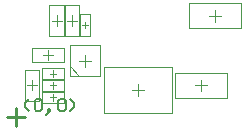
<source format=gbr>
%TF.GenerationSoftware,Altium Limited,Altium Designer,23.9.2 (47)*%
G04 Layer_Color=32768*
%FSLAX45Y45*%
%MOMM*%
%TF.SameCoordinates,14EE52A8-4136-4093-BC95-9A2147CF655B*%
%TF.FilePolarity,Positive*%
%TF.FileFunction,Other,Assembly_Notes*%
%TF.Part,Single*%
G01*
G75*
%TA.AperFunction,NonConductor*%
%ADD28C,0.25400*%
%ADD32C,0.20000*%
%ADD58C,0.10000*%
D28*
Y-76200D02*
Y76200D01*
X-76200Y0D02*
X76200D01*
D32*
X103322Y53322D02*
X70000Y86645D01*
Y119968D01*
X103322Y153290D01*
X153306Y136629D02*
X169968Y153290D01*
X203290D01*
X219951Y136629D01*
Y69984D01*
X203290Y53322D01*
X169968D01*
X153306Y69984D01*
Y136629D01*
X269935Y36661D02*
X286597Y53322D01*
Y69984D01*
X269935D01*
Y53322D01*
X286597D01*
X269935Y36661D01*
X253274Y20000D01*
X353242Y136629D02*
X369903Y153290D01*
X403226D01*
X419887Y136629D01*
Y69984D01*
X403226Y53322D01*
X369903D01*
X353242Y69984D01*
Y136629D01*
X453210Y53322D02*
X486532Y86645D01*
Y119968D01*
X453210Y153290D01*
D58*
X450000Y350000D02*
X710000D01*
X450000D02*
Y610000D01*
X710000D01*
Y350000D02*
Y610000D01*
X580000Y430000D02*
Y530000D01*
X530000Y480000D02*
X630000D01*
X451645Y432441D02*
X534123Y349963D01*
X310000Y342500D02*
Y397500D01*
X282500Y370000D02*
X337500D01*
X215000Y325000D02*
X405000D01*
Y415000D01*
X215000Y325000D02*
Y415000D01*
X405000D01*
X310000Y242500D02*
Y297500D01*
X282500Y270000D02*
X337500D01*
X215000Y315000D02*
X405000D01*
X215000Y225000D02*
Y315000D01*
X405000Y225000D02*
Y315000D01*
X215000Y225000D02*
X405000D01*
X310000Y142500D02*
Y197500D01*
X282500Y170000D02*
X337500D01*
X215000Y215000D02*
X405000D01*
X215000Y125000D02*
Y215000D01*
X405000Y125000D02*
Y215000D01*
X215000Y125000D02*
X405000D01*
X1030000Y180000D02*
Y280000D01*
X980000Y230000D02*
X1080000D01*
X745000Y35000D02*
X1315000D01*
X745000Y425000D02*
X1315000D01*
Y35000D02*
Y425000D01*
X745000Y35000D02*
Y425000D01*
X270000Y487500D02*
Y572500D01*
X227500Y530000D02*
X312500D01*
X135000Y470000D02*
X405000D01*
X135000Y590000D02*
X405000D01*
Y470000D02*
Y590000D01*
X135000Y470000D02*
Y590000D01*
X1680000Y810000D02*
Y910000D01*
X1630000Y860000D02*
X1730000D01*
X1460000Y965000D02*
X1900000D01*
X1460000Y755000D02*
X1900000D01*
X1460000D02*
Y965000D01*
X1900000Y755000D02*
Y965000D01*
X87500Y270000D02*
X172500D01*
X130000Y227500D02*
Y312500D01*
X70000Y135000D02*
Y405000D01*
X190000Y135000D02*
Y405000D01*
X70000Y135000D02*
X190000D01*
X70000Y405000D02*
X190000D01*
X624936Y875000D02*
X625180Y685000D01*
X534903D02*
X535364Y875000D01*
X580000Y752500D02*
Y807500D01*
X552500Y780000D02*
X607500D01*
X535364Y875000D02*
X624936D01*
X534903Y685000D02*
X625180D01*
X297500Y820000D02*
X382500D01*
X340000Y777500D02*
Y862500D01*
X280000Y685000D02*
Y955000D01*
X400000Y685000D02*
Y955000D01*
X280000Y685000D02*
X400000D01*
X280000Y955000D02*
X400000D01*
X427500Y820000D02*
X512500D01*
X470000Y777500D02*
Y862500D01*
X410000Y685000D02*
Y955000D01*
X530000Y685000D02*
Y955000D01*
X410000Y685000D02*
X530000D01*
X410000Y955000D02*
X530000D01*
X1560000Y220000D02*
Y320000D01*
X1510000Y270000D02*
X1610000D01*
X1340000Y375000D02*
X1780000D01*
X1340000Y165000D02*
X1780000D01*
X1340000D02*
Y375000D01*
X1780000Y165000D02*
Y375000D01*
%TF.MD5,25de222b6105873c49fd2950062ddb0c*%
M02*

</source>
